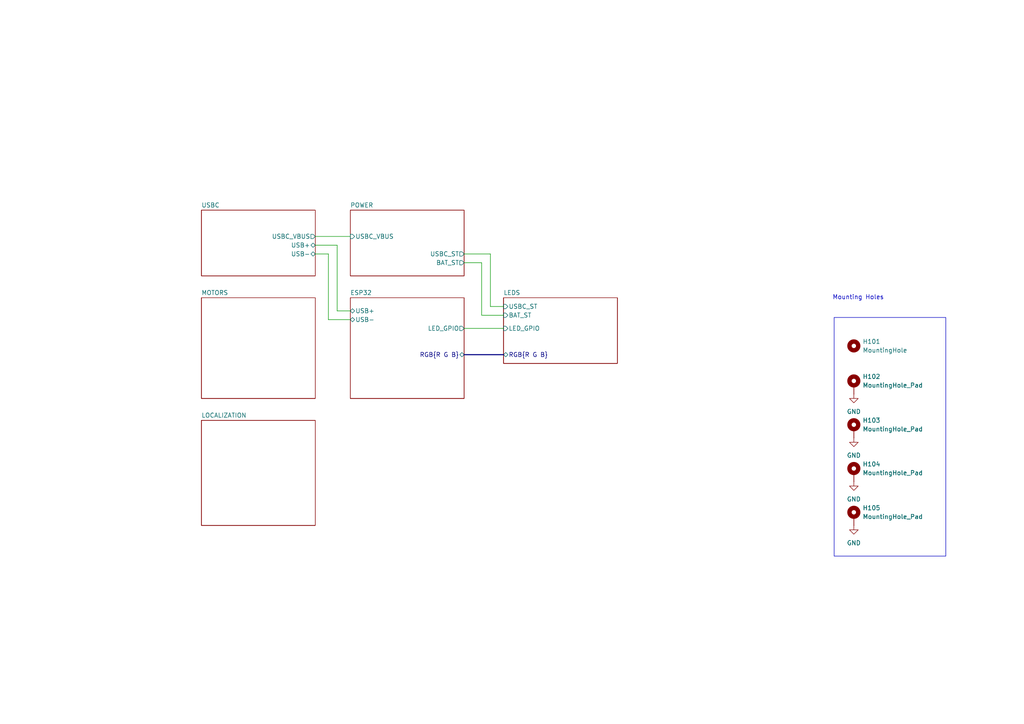
<source format=kicad_sch>
(kicad_sch (version 20250114) (generator "eeschema") (generator_version "9.0")
  (paper "A4")
  (title_block (title "Remote Controller"))
  (lib_symbols
    (symbol "Mechanical:MountingHole" (pin_names (offset 1.016)) (in_bom no)
      (property "Reference" "H" (at 0 5.08 0))
      (property "Value" "MountingHole" (at 0 3.175 0))
      (symbol "MountingHole_0_1"
        (circle (center 0 0) (radius 1.27) (stroke (width 1.27)))
      )
    )
    (symbol "Mechanical:MountingHole_Pad" (pin_numbers (hide yes)) (pin_names (offset 1.016) (hide yes)) (in_bom no)
      (property "Reference" "H" (at 0 6.35 0))
      (property "Value" "MountingHole_Pad" (at 0 4.445 0))
      (symbol "MountingHole_Pad_0_1"
        (circle (center 0 1.27) (radius 1.27) (stroke (width 1.27)))
      )
      (symbol "MountingHole_Pad_1_1"
        (pin input line (at 0 -2.54 90) (length 2.54) (name "1") (number "1"))
      )
    )
    (symbol "power:GND" (power) (pin_numbers (hide yes)) (pin_names (offset 0) (hide yes))
      (property "Value" "GND" (at 0 -3.81 0))
      (symbol "GND_0_1"
        (polyline (pts (xy 0 0) (xy 0 -1.27) (xy 1.27 -1.27) (xy 0 -2.54) (xy -1.27 -1.27) (xy 0 -1.27)))
      )
      (symbol "GND_1_1"
        (pin power_in line (at 0 0 270) (length 0) (name "~") (number "1"))
      )
    )
  )
  (bus_alias "BUT_JOY" (members "JOY1_V" "JOY1_H" "JOY2_V" "JOY2_H" "BUT_LEFT" "BUT_UP" "BUT_DOWN" "BUT_RIGHT" "BUT_BOOT" "BUT_RESET"))
  (text "Mounting Holes" (at 248.92 86.36 0) (effects (font (size 1.27 1.27))))
  (text_box "\n" (at 241.935 92.075 0) (size 32.385 69.215) (margins 0.9525 0.9525 0.9525 0.9525) (effects (font (size 1.27 1.27)) (justify left top)))
  (wire (pts (xy 134.62 73.66) (xy 142.24 73.66)))
  (wire (pts (xy 91.44 71.12) (xy 97.79 71.12)))
  (wire (pts (xy 142.24 73.66) (xy 142.24 88.9)))
  (wire (pts (xy 95.25 92.71) (xy 101.6 92.71)))
  (wire (pts (xy 91.44 68.58) (xy 101.6 68.58)))
  (wire (pts (xy 142.24 88.9) (xy 146.05 88.9)))
  (wire (pts (xy 95.25 73.66) (xy 95.25 92.71)))
  (wire (pts (xy 139.7 91.44) (xy 139.7 76.2)))
  (wire (pts (xy 146.05 91.44) (xy 139.7 91.44)))
  (wire (pts (xy 97.79 71.12) (xy 97.79 90.17)))
  (wire (pts (xy 139.7 76.2) (xy 134.62 76.2)))
  (wire (pts (xy 97.79 90.17) (xy 101.6 90.17)))
  (wire (pts (xy 91.44 73.66) (xy 95.25 73.66)))
  (wire (pts (xy 134.62 95.25) (xy 146.05 95.25)))
  (bus (pts (xy 134.62 102.87) (xy 146.05 102.87)))
  (symbol (lib_id "power:GND") (at 247.65 152.4 0) (unit 1)
    (property "Reference" "#PWR0104" (effects (hide yes)))
    (property "Value" "GND" (at 247.65 157.48 0))
    (property "Description" "Power symbol creates a global label with name \"GND\" , ground" (effects (hide yes)))
  )
  (symbol (lib_id "Mechanical:MountingHole_Pad") (at 247.65 137.16 0) (unit 1) (in_bom no)
    (property "Reference" "H104" (at 250.19 134.6199 0) (effects (justify left)))
    (property "Value" "MountingHole_Pad" (at 250.19 137.1599 0) (effects (justify left)))
    (property "Footprint" "SamacSys_Parts:MountingHole_4.3mm_M4_ISO14580_Pad" (effects (hide yes)))
    (property "Description" "Mounting Hole with connection" (effects (hide yes)))
  )
  (symbol (lib_id "power:GND") (at 247.65 139.7 0) (unit 1)
    (property "Reference" "#PWR0103" (effects (hide yes)))
    (property "Value" "GND" (at 247.65 144.78 0))
    (property "Description" "Power symbol creates a global label with name \"GND\" , ground" (effects (hide yes)))
  )
  (symbol (lib_id "power:GND") (at 247.65 127 0) (unit 1)
    (property "Reference" "#PWR0102" (effects (hide yes)))
    (property "Value" "GND" (at 247.65 132.08 0))
    (property "Description" "Power symbol creates a global label with name \"GND\" , ground" (effects (hide yes)))
  )
  (symbol (lib_id "power:GND") (at 247.65 114.3 0) (unit 1)
    (property "Reference" "#PWR0101" (effects (hide yes)))
    (property "Value" "GND" (at 247.65 119.38 0))
    (property "Description" "Power symbol creates a global label with name \"GND\" , ground" (effects (hide yes)))
  )
  (symbol (lib_id "Mechanical:MountingHole_Pad") (at 247.65 149.86 0) (unit 1) (in_bom no)
    (property "Reference" "H105" (at 250.19 147.3199 0) (effects (justify left)))
    (property "Value" "MountingHole_Pad" (at 250.19 149.8599 0) (effects (justify left)))
    (property "Footprint" "SamacSys_Parts:MountingHole_4.3mm_M4_ISO14580_Pad" (effects (hide yes)))
    (property "Description" "Mounting Hole with connection" (effects (hide yes)))
  )
  (symbol (lib_id "Mechanical:MountingHole_Pad") (at 247.65 111.76 0) (unit 1) (in_bom no)
    (property "Reference" "H102" (at 250.19 109.2199 0) (effects (justify left)))
    (property "Value" "MountingHole_Pad" (at 250.19 111.7599 0) (effects (justify left)))
    (property "Footprint" "SamacSys_Parts:MountingHole_4.3mm_M4_ISO14580_Pad" (effects (hide yes)))
    (property "Description" "Mounting Hole with connection" (effects (hide yes)))
  )
  (symbol (lib_id "Mechanical:MountingHole") (at 247.65 100.33 0) (unit 1) (in_bom no)
    (property "Reference" "H101" (at 250.19 99.0599 0) (effects (justify left)))
    (property "Value" "MountingHole" (at 250.19 101.5999 0) (effects (justify left)))
    (property "Footprint" "MountingHole:MountingHole_2.2mm_M2_DIN965" (effects (hide yes)))
    (property "Description" "Mounting Hole without connection" (effects (hide yes)))
  )
  (symbol (lib_id "Mechanical:MountingHole_Pad") (at 247.65 124.46 0) (unit 1) (in_bom no)
    (property "Reference" "H103" (at 250.19 121.9199 0) (effects (justify left)))
    (property "Value" "MountingHole_Pad" (at 250.19 124.4599 0) (effects (justify left)))
    (property "Footprint" "SamacSys_Parts:MountingHole_4.3mm_M4_ISO14580_Pad" (effects (hide yes)))
    (property "Description" "Mounting Hole with connection" (effects (hide yes)))
  )
  (sheet (at 58.42 121.92) (size 33.02 30.48) (stroke (width 0.1524))
    (property "Sheetname" "LOCALIZATION" (at 58.42 121.2084 0) (effects (justify left bottom)))
    (property "Sheetfile" "IMU.kicad_sch" (effects (hide yes)))
  )
  (sheet (at 146.05 86.36) (size 33.02 19.05) (stroke (width 0.1524))
    (property "Sheetname" "LEDS" (at 146.05 85.6484 0) (effects (justify left bottom)))
    (property "Sheetfile" "LEDS.kicad_sch" (effects (hide yes)))
    (pin "LED_GPIO" input (at 146.05 95.25 180))
    (pin "USBC_ST" input (at 146.05 88.9 180))
    (pin "BAT_ST" input (at 146.05 91.44 180))
    (pin "RGB{R G B}" bidirectional (at 146.05 102.87 180))
  )
  (sheet (at 58.42 60.96) (size 33.02 19.05) (stroke (width 0.1524))
    (property "Sheetname" "USBC" (at 58.42 60.2484 0) (effects (justify left bottom)))
    (property "Sheetfile" "USBC.kicad_sch" (effects (hide yes)))
    (pin "USBC_VBUS" output (at 91.44 68.58 0))
    (pin "USB+" bidirectional (at 91.44 71.12 0))
    (pin "USB-" bidirectional (at 91.44 73.66 0))
  )
  (sheet (at 58.42 86.36) (size 33.02 29.21) (stroke (width 0.1524))
    (property "Sheetname" "MOTORS" (at 58.42 85.6484 0) (effects (justify left bottom)))
    (property "Sheetfile" "MOTORS.kicad_sch" (effects (hide yes)))
  )
  (sheet (at 101.6 86.36) (size 33.02 29.21) (stroke (width 0.1524))
    (property "Sheetname" "ESP32" (at 101.6 85.6484 0) (effects (justify left bottom)))
    (property "Sheetfile" "ESP32.kicad_sch" (effects (hide yes)))
    (pin "LED_GPIO" output (at 134.62 95.25 0))
    (pin "USB+" bidirectional (at 101.6 90.17 180))
    (pin "USB-" bidirectional (at 101.6 92.71 180))
    (pin "RGB{R G B}" bidirectional (at 134.62 102.87 0))
  )
  (sheet (at 101.6 60.96) (size 33.02 19.05) (stroke (width 0.1524))
    (property "Sheetname" "POWER" (at 101.6 60.2484 0) (effects (justify left bottom)))
    (property "Sheetfile" "POWER.kicad_sch" (effects (hide yes)))
    (pin "USBC_VBUS" input (at 101.6 68.58 180))
    (pin "BAT_ST" output (at 134.62 76.2 0))
    (pin "USBC_ST" output (at 134.62 73.66 0))
  )
)
</source>
